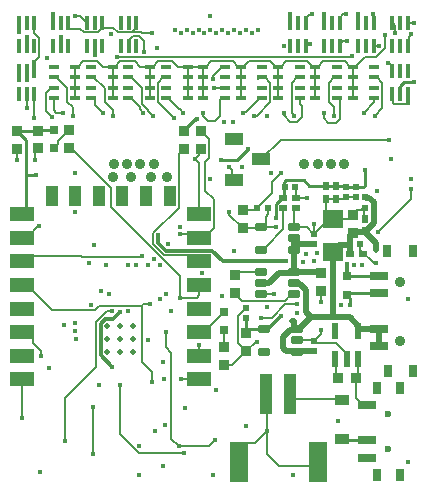
<source format=gbl>
G04*
G04 #@! TF.GenerationSoftware,Altium Limited,Altium Designer,19.1.7 (138)*
G04*
G04 Layer_Physical_Order=4*
G04 Layer_Color=16711680*
%FSLAX43Y43*%
%MOMM*%
G71*
G01*
G75*
%ADD16C,0.254*%
%ADD20R,0.660X0.559*%
%ADD21R,1.800X1.600*%
%ADD22R,0.540X0.600*%
%ADD23R,0.600X0.540*%
%ADD25R,0.559X0.660*%
%ADD35R,0.800X1.000*%
%ADD49R,0.800X0.800*%
%ADD50R,0.930X0.890*%
%ADD89C,0.152*%
%ADD91C,0.300*%
%ADD92C,0.500*%
%ADD93C,0.600*%
%ADD94C,0.403*%
%ADD95C,0.900*%
%ADD96C,0.500*%
%ADD97R,1.600X1.000*%
%ADD98R,0.950X0.950*%
%ADD99R,0.356X1.168*%
%ADD100R,0.600X1.350*%
%ADD101R,1.500X3.400*%
%ADD102R,1.000X3.500*%
G04:AMPARAMS|DCode=103|XSize=0.6mm|YSize=1mm|CornerRadius=0.051mm|HoleSize=0mm|Usage=FLASHONLY|Rotation=90.000|XOffset=0mm|YOffset=0mm|HoleType=Round|Shape=RoundedRectangle|*
%AMROUNDEDRECTD103*
21,1,0.600,0.898,0,0,90.0*
21,1,0.498,1.000,0,0,90.0*
1,1,0.102,0.449,0.249*
1,1,0.102,0.449,-0.249*
1,1,0.102,-0.449,-0.249*
1,1,0.102,-0.449,0.249*
%
%ADD103ROUNDEDRECTD103*%
%ADD104R,2.000X1.200*%
%ADD105R,1.100X1.700*%
%ADD106R,1.500X0.700*%
%ADD107R,0.950X0.950*%
%ADD108R,1.220X0.910*%
%ADD109R,0.660X0.762*%
%ADD110R,0.889X0.457*%
%ADD111R,0.660X0.508*%
D16*
X19475Y17350D02*
X20400Y18275D01*
X18175Y17350D02*
X19475D01*
X22775Y12500D02*
Y13621D01*
X23304Y14150D01*
X23429D01*
X1629Y16112D02*
Y19096D01*
Y13129D02*
Y16112D01*
X1667Y16150D01*
X2500D01*
X29075Y5075D02*
Y5115D01*
X29028Y5162D02*
X29075Y5115D01*
X29028Y5162D02*
Y5722D01*
X28825Y5924D02*
X29028Y5722D01*
X28515Y-6350D02*
X30550D01*
X28400Y-6235D02*
X28515Y-6350D01*
X2700Y19925D02*
X4050D01*
X2650Y19875D02*
X2700Y19925D01*
X33300Y22972D02*
Y23625D01*
X33625Y23950D01*
X29550Y15082D02*
X29575Y15057D01*
X30201D02*
X30350Y15205D01*
X29575Y15057D02*
X30201D01*
X30350Y15205D02*
Y16500D01*
X33625Y23950D02*
X34500D01*
X1300Y12800D02*
X1629Y13129D01*
X875Y19850D02*
X1629Y19096D01*
X2625Y19850D02*
X2650Y19875D01*
X875Y19850D02*
X2625D01*
X23171Y4146D02*
X23200Y4175D01*
X23121Y4146D02*
X23171D01*
X22025Y3050D02*
X23121Y4146D01*
X21825Y3050D02*
X22025D01*
X28725Y15082D02*
X29550D01*
X28725Y15082D02*
X28725Y15082D01*
X28668Y15139D02*
X28725Y15082D01*
X27957Y15139D02*
X28668D01*
X27900Y15196D02*
X27957Y15139D01*
X27900Y15196D02*
X27900Y15196D01*
X27050Y15196D02*
X27900D01*
X23500Y15506D02*
X23649Y15654D01*
X25146D01*
X25604Y15196D01*
X27050D01*
X23500Y15118D02*
Y15506D01*
Y15118D02*
X23543Y15075D01*
X23486Y15018D02*
X23543Y15075D01*
X23486Y14207D02*
Y15018D01*
X23429Y14150D02*
X23486Y14207D01*
X20580Y3050D02*
X21825D01*
X20300Y2770D02*
X20580Y3050D01*
X20300Y2770D02*
Y3968D01*
X28850Y7600D02*
X31500D01*
X28825Y5924D02*
X28997Y6096D01*
X31500D01*
D20*
X30171Y9425D02*
D03*
X29079D02*
D03*
X24521Y14150D02*
D03*
X23429D02*
D03*
D21*
X27600Y12400D02*
D03*
Y9600D02*
D03*
D22*
X21236Y13300D02*
D03*
X22100D02*
D03*
X29957Y10250D02*
D03*
X29093D02*
D03*
X24407Y15075D02*
D03*
X23543D02*
D03*
D23*
X28725Y15082D02*
D03*
Y14218D02*
D03*
X29550Y15082D02*
D03*
Y14218D02*
D03*
X26000Y2064D02*
D03*
Y1200D02*
D03*
X26000Y11132D02*
D03*
Y10268D02*
D03*
X20300Y4832D02*
D03*
Y3968D02*
D03*
X30375Y13343D02*
D03*
Y14207D02*
D03*
D25*
X27050Y15196D02*
D03*
Y14104D02*
D03*
X27900Y15196D02*
D03*
Y14104D02*
D03*
X30300Y12421D02*
D03*
Y11329D02*
D03*
D35*
X31335Y-1950D02*
D03*
X33265D02*
D03*
Y-9250D02*
D03*
X31335D02*
D03*
X32186Y9680D02*
D03*
X34421D02*
D03*
X32262Y-480D02*
D03*
X34421D02*
D03*
D49*
X4050Y19925D02*
D03*
Y18425D02*
D03*
X18400Y2975D02*
D03*
Y4475D02*
D03*
D50*
X29300Y12745D02*
D03*
Y11205D02*
D03*
X20300Y1230D02*
D03*
Y2770D02*
D03*
X26600Y7840D02*
D03*
Y6300D02*
D03*
X19300Y7670D02*
D03*
Y6130D02*
D03*
X20000Y13170D02*
D03*
Y11630D02*
D03*
D89*
X30275Y12446D02*
Y13393D01*
X28955Y12400D02*
X29669Y13114D01*
X21106Y13200D02*
X22458Y14552D01*
X29957Y9790D02*
X31074Y8673D01*
X27298Y12400D02*
X27600D01*
X30245Y13393D02*
X30275D01*
X29966Y13114D02*
X30245Y13393D01*
X29669Y13114D02*
X29966D01*
X5423Y18400D02*
X8800Y15023D01*
X14579Y13355D02*
Y17929D01*
X15351Y9324D02*
X15875Y8800D01*
X14579Y17929D02*
X15000Y18350D01*
X5250Y18400D02*
X5423D01*
X13328Y9324D02*
X15351D01*
X8800Y13421D02*
Y15023D01*
X15875Y8800D02*
X16300D01*
X12420Y11197D02*
X14579Y13355D01*
X16820Y14771D02*
Y17205D01*
X16300Y12800D02*
Y17150D01*
X31252Y8673D02*
X31300Y8625D01*
X6399Y9193D02*
X11368D01*
X11425Y9250D01*
X6342D02*
X6399Y9193D01*
X1750Y9250D02*
X6342D01*
X8800Y13421D02*
X14700Y7521D01*
X12420Y10232D02*
X13328Y9324D01*
X11271Y21704D02*
X11575Y21400D01*
X11271Y21704D02*
Y21872D01*
X1300Y8800D02*
X1750Y9250D01*
X16300Y800D02*
Y1700D01*
X11475Y250D02*
Y5061D01*
X16374Y11126D02*
X16700Y10800D01*
X12300Y-1425D02*
Y-575D01*
X1700Y6800D02*
X3805Y4695D01*
X16325Y5925D02*
Y6775D01*
X7823Y5061D02*
X11475D01*
X2925Y775D02*
Y1209D01*
X14676Y11126D02*
X16374D01*
X16300Y6800D02*
X16325Y6775D01*
X2727Y11752D02*
X2775Y11800D01*
X2224Y1910D02*
X2925Y1209D01*
X14725Y-1200D02*
X16300D01*
X11475Y250D02*
X12300Y-575D01*
X7457Y4695D02*
X7823Y5061D01*
X16075Y5675D02*
X16325Y5925D01*
X2652Y11752D02*
X2727D01*
X2224Y1910D02*
Y2276D01*
X1300Y-4500D02*
Y-1200D01*
Y10800D02*
X1700D01*
X11564Y5150D02*
X12125D01*
X3805Y4695D02*
X7457D01*
X1300Y2800D02*
X1700D01*
X14700Y5675D02*
X16075D01*
X1700Y10800D02*
X2652Y11752D01*
X11475Y5061D02*
X11564Y5150D01*
X1300Y6800D02*
X1700D01*
Y2800D02*
X2224Y2276D01*
X13950Y-6200D02*
Y1067D01*
Y-6200D02*
X14600Y-6850D01*
X13500Y1517D02*
X13950Y1067D01*
X7569Y3686D02*
X8458Y4575D01*
X8950D01*
X7569Y-156D02*
Y3686D01*
X4950Y-2775D02*
X7569Y-156D01*
X4950Y-6375D02*
Y-2775D01*
X14700Y5675D02*
Y7521D01*
X23225Y19075D02*
X32375D01*
X21575Y17425D02*
X23225Y19075D01*
X29957Y9790D02*
Y10250D01*
X31074Y8673D02*
X31252D01*
X27850Y-900D02*
Y615D01*
Y-900D02*
X28050Y-1100D01*
X22025Y-7475D02*
X23100Y-8550D01*
X22025Y-5600D02*
Y-2475D01*
X23100Y-8550D02*
X26000D01*
X22025Y-7475D02*
Y-5600D01*
X19650Y-8200D02*
Y-7250D01*
X20324Y-6576D01*
X21049D01*
X22025Y-5600D01*
X22000Y-2450D02*
X22025Y-2475D01*
X26000Y-8550D02*
X26350Y-8200D01*
X29550Y-2750D02*
X30150Y-3350D01*
X29550Y-2750D02*
Y-1100D01*
X19959Y5471D02*
X23571D01*
X19300Y6130D02*
X19959Y5471D01*
X21550Y6000D02*
X22600D01*
X21550Y6000D02*
X21550Y6000D01*
X12420Y10232D02*
Y11197D01*
X7325Y-7550D02*
Y-3500D01*
X25964Y2100D02*
X26000Y2064D01*
X24575Y2100D02*
X25964D01*
X22458Y14552D02*
Y15483D01*
X23225Y16250D01*
X24592Y5167D02*
X24600Y5175D01*
X23583Y5167D02*
X24592D01*
X22442Y4025D02*
X23583Y5167D01*
X21575Y4025D02*
X22442D01*
X20300Y1230D02*
X21070Y2000D01*
X21200D01*
X26030Y11132D02*
X27298Y12400D01*
X24534Y14163D02*
X25400D01*
X24521Y14150D02*
X24534Y14163D01*
X21550Y11700D02*
X22775D01*
X24300Y11700D02*
Y13122D01*
X21106Y13170D02*
Y13200D01*
X20000Y11630D02*
X21480D01*
X19980D02*
X20000D01*
X18849Y12761D02*
Y12953D01*
X18801Y13001D02*
X18849Y12953D01*
Y12761D02*
X19980Y11630D01*
X9325Y26125D02*
X9380Y26070D01*
X29157Y26175D02*
X29225D01*
X29052Y26070D02*
X29157Y26175D01*
X9380Y26070D02*
X29052D01*
X10597Y28190D02*
X11357D01*
X11447Y28100D01*
X12275D01*
X11625Y26500D02*
Y27482D01*
X11247Y27860D02*
X11625Y27482D01*
X10569Y27697D02*
Y27726D01*
X10325Y27453D02*
X10569Y27697D01*
X10325Y27047D02*
Y27453D01*
X10850Y25741D02*
X11307Y25284D01*
X9638Y25741D02*
X10850D01*
X10703Y27860D02*
X11247D01*
X10569Y27726D02*
X10703Y27860D01*
X30377Y26139D02*
X31272D01*
X29516Y25278D02*
X30377Y26139D01*
X31272D02*
X32000Y26867D01*
Y27925D01*
X31097Y27025D02*
X31550D01*
X31075Y27047D02*
X31097Y27025D01*
X26577Y2902D02*
X26625Y2950D01*
X26577Y2611D02*
Y2902D01*
X26030Y2064D02*
X26577Y2611D01*
X26000Y2064D02*
X26030D01*
X26600Y6300D02*
X26600Y6300D01*
Y5350D02*
Y6300D01*
X11192Y-7400D02*
X15000D01*
X9600Y-5808D02*
X11192Y-7400D01*
X9600Y-5808D02*
Y-1700D01*
X17125Y-6850D02*
X17675Y-6300D01*
X14600Y-6850D02*
X17125D01*
X29550Y-1100D02*
X29750Y-900D01*
Y615D01*
X30150Y-3350D02*
X30550D01*
X24000Y-2450D02*
X24424Y-2874D01*
X28309D01*
X28400Y-2965D01*
X2350Y20925D02*
X2350Y20925D01*
Y22972D01*
X2350Y22972D01*
X18459Y23500D02*
X18464Y23506D01*
X17525Y23500D02*
X18459D01*
X34250Y27982D02*
Y28050D01*
X34052Y27784D02*
X34250Y27982D01*
X34052Y27149D02*
Y27784D01*
X33950Y27047D02*
X34052Y27149D01*
X2400Y17350D02*
Y18125D01*
X2650Y18375D01*
X875Y17375D02*
Y18350D01*
X4050Y18425D02*
X4374Y18749D01*
Y19024D01*
X5250Y19900D01*
X13500Y1517D02*
Y2850D01*
X34250Y14050D02*
Y14950D01*
X31450Y11250D02*
X34250Y14050D01*
X27920Y1870D02*
X28800Y990D01*
X20900Y21100D02*
X20948Y21148D01*
X21167D01*
X20050Y21400D02*
X20098Y21352D01*
X20050Y21400D02*
X20098Y21448D01*
X25427Y27225D02*
X25700D01*
X24020Y29780D02*
X24025Y29775D01*
X25325Y27123D02*
X25427Y27225D01*
X24025Y29003D02*
Y29775D01*
X24300Y21100D02*
Y21168D01*
X24141Y21327D02*
X24300Y21168D01*
X23445Y21395D02*
X23450Y21400D01*
X23445Y21150D02*
Y21395D01*
X32348Y25575D02*
X32650Y25273D01*
X32275Y25575D02*
X32348D01*
X27675Y21100D02*
Y21875D01*
X27291Y22259D02*
X27675Y21875D01*
X26850Y20925D02*
Y21400D01*
Y20925D02*
X27225Y20550D01*
X29300Y25278D02*
X29516D01*
X5775Y29601D02*
X6201D01*
X6800Y29003D01*
X7500Y26275D02*
Y26997D01*
X7450Y27047D02*
X7500Y26997D01*
X7450Y27047D02*
X7450Y27047D01*
X6528Y28190D02*
X7723D01*
X7856Y28324D01*
X28518Y29727D02*
X28677D01*
X28200Y29003D02*
Y29409D01*
X28518Y29727D01*
X31025Y29203D02*
Y29725D01*
Y29203D02*
X31150Y29078D01*
X31075Y29003D02*
X31150Y29078D01*
X31075Y29003D02*
X31075Y29003D01*
X32879Y28161D02*
Y28774D01*
X32650Y29003D02*
X32879Y28774D01*
X24407Y15075D02*
X24521Y14961D01*
Y14150D02*
Y14961D01*
X29550Y14218D02*
X29550Y14218D01*
X28725Y14218D02*
X29550D01*
X28611Y14104D02*
X28725Y14218D01*
X27900Y14104D02*
X28611D01*
X27900Y14104D02*
X27900Y14104D01*
X27050Y14104D02*
X27900D01*
X27050Y12950D02*
X27600Y12400D01*
X27050Y12950D02*
Y14104D01*
X30275Y12446D02*
X30300Y12421D01*
X19606Y1904D02*
Y4168D01*
Y1904D02*
X20280Y1230D01*
X19606Y4168D02*
X20270Y4832D01*
X20300D01*
X23433Y11534D02*
Y13300D01*
X21923Y10024D02*
X23433Y11534D01*
X26000Y11132D02*
Y11975D01*
Y11132D02*
X26030D01*
X27600Y12400D02*
X28955D01*
X19104Y15846D02*
Y16521D01*
Y15846D02*
X19275Y15675D01*
X18800Y16825D02*
X19104Y16521D01*
X15975Y17475D02*
X16300Y17150D01*
X16820Y14771D02*
X17529Y14062D01*
X16820Y17205D02*
X17129Y17513D01*
Y19146D01*
X16700Y10800D02*
X17529Y11629D01*
Y14062D01*
X16425Y19850D02*
X17129Y19146D01*
X15975Y17475D02*
X16279Y17779D01*
Y18204D02*
X16425Y18350D01*
X16279Y17779D02*
Y18204D01*
X19104Y50D02*
X19507Y454D01*
Y457D01*
X20280Y1230D01*
X18400Y50D02*
X19104D01*
X18400Y1550D02*
Y2975D01*
X18400Y2975D01*
X18076Y4151D02*
X18400Y4475D01*
X18051Y4151D02*
X18076D01*
X16700Y2800D02*
X18051Y4151D01*
X16300Y2800D02*
X16700D01*
X17450Y24485D02*
X18248Y25284D01*
X17450Y24200D02*
Y24485D01*
X16650Y21075D02*
Y21400D01*
X25828Y29728D02*
X25876Y29776D01*
X25644Y29728D02*
X25828D01*
X25325Y29409D02*
X25644Y29728D01*
X21167Y21148D02*
X22312Y22293D01*
X21639Y24395D02*
X21855D01*
X22312Y23937D01*
Y22293D02*
Y23937D01*
X21423Y22617D02*
X21639D01*
X20255Y21448D02*
X21423Y22617D01*
X20098Y21448D02*
X20255D01*
X21423Y24395D02*
X21639D01*
X21280Y24251D02*
X21423Y24395D01*
X12813Y22293D02*
X14178Y20928D01*
X14482Y25284D02*
X15314D01*
X14025Y25741D02*
X14482Y25284D01*
X11307D02*
X12139D01*
X7675Y25741D02*
X8141Y25275D01*
X8956D01*
X8964Y25284D01*
X5800Y24389D02*
Y25278D01*
Y23500D02*
Y24389D01*
Y22611D02*
Y23500D01*
Y25278D02*
X6016D01*
X6479Y25741D01*
X7675D01*
X8964Y24395D02*
Y25284D01*
Y23506D02*
Y24395D01*
Y22617D02*
Y23506D01*
Y25284D02*
X9180D01*
X9638Y25741D01*
X12139Y24395D02*
Y25284D01*
Y23506D02*
Y24395D01*
Y22617D02*
Y23506D01*
Y25284D02*
X12355D01*
X12813Y25741D01*
X14025D01*
X15314Y24395D02*
Y25284D01*
Y23506D02*
Y24395D01*
Y22617D02*
Y23506D01*
Y25284D02*
X16636D01*
Y24395D02*
Y25284D01*
Y23506D02*
Y24395D01*
Y22617D02*
Y23506D01*
Y25284D02*
X16851D01*
X17309Y25741D01*
X19137D01*
X19595Y25284D01*
X19811D01*
Y24395D02*
Y25284D01*
Y23506D02*
Y24395D01*
Y22617D02*
Y23506D01*
Y25284D02*
X20026D01*
X20484Y25741D01*
X22312D01*
X22770Y25284D01*
X22986D01*
Y24395D02*
Y25284D01*
Y23506D02*
Y24395D01*
Y22617D02*
Y23506D01*
Y25284D02*
X23201D01*
X23659Y25741D01*
X25462D01*
X25920Y25284D01*
X26136D01*
Y24395D02*
Y25284D01*
Y23506D02*
Y24395D01*
Y22617D02*
Y23506D01*
Y25284D02*
X26351D01*
X26809Y25741D01*
X28621D01*
X29084Y25278D01*
X29300D01*
Y24389D02*
Y25278D01*
Y23500D02*
Y24389D01*
Y22611D02*
Y23500D01*
X25325Y29003D02*
Y29409D01*
X28677Y29727D02*
X28725Y29775D01*
X33953Y29000D02*
X34500D01*
X33950Y29003D02*
X33953Y29000D01*
X5127Y22288D02*
X5575Y21840D01*
Y21200D02*
Y21840D01*
X1700Y27825D02*
X1700Y27825D01*
Y27047D02*
Y27825D01*
Y27047D02*
X1700Y27047D01*
X1050Y24150D02*
X1050Y24150D01*
X1050Y24150D02*
Y24928D01*
X1050Y24928D02*
X1050Y24928D01*
X9011Y28582D02*
X9403Y28190D01*
X8114Y28582D02*
X9011D01*
X7856Y28324D02*
X8114Y28582D01*
X28502Y27425D02*
X28775D01*
X28200Y27123D02*
X28502Y27425D01*
X1700Y24150D02*
Y24928D01*
X27911Y20550D02*
X28225Y20864D01*
X27225Y20550D02*
X27911D01*
X24544Y20569D02*
X24975Y21000D01*
X24025Y20569D02*
X24544D01*
X23445Y21150D02*
X24025Y20569D01*
X17055Y20670D02*
X17678D01*
X16650Y21075D02*
X17055Y20670D01*
X17678D02*
X18096Y21088D01*
X1713Y21812D02*
Y22960D01*
X1700Y22972D02*
X1713Y22960D01*
X19530Y7900D02*
X21550D01*
X19300Y7670D02*
X19530Y7900D01*
X24100Y6000D02*
X24300D01*
X23571Y5471D02*
X24100Y6000D01*
X21699Y9800D02*
X21923Y10024D01*
X21550Y9800D02*
X21699D01*
X31150Y21100D02*
X31802Y21752D01*
Y23932D01*
X31345Y24389D02*
X31802Y23932D01*
X31129Y24389D02*
X31345D01*
X31125Y22607D02*
X31129Y22611D01*
X31125Y22275D02*
Y22607D01*
X30250Y21400D02*
X31125Y22275D01*
X27291Y22259D02*
Y23937D01*
X27748Y24395D01*
X27964D01*
Y22617D02*
X28073D01*
X28225Y22464D01*
Y20864D02*
Y22464D01*
X24598Y24395D02*
X24814D01*
X24141Y23937D02*
X24598Y24395D01*
X24141Y21327D02*
Y23937D01*
X24814Y22086D02*
Y22617D01*
Y22086D02*
X24975Y21925D01*
Y21000D02*
Y21925D01*
X18248Y25284D02*
X18464D01*
X12813Y22293D02*
Y23937D01*
X13270Y24395D01*
X13486D01*
X14646Y21704D02*
X14950Y21400D01*
X14614Y21704D02*
X14646D01*
X13702Y22617D02*
X14614Y21704D01*
X13486Y22617D02*
X13702D01*
X12005Y21495D02*
X12400Y21100D01*
X12005Y21495D02*
Y21578D01*
X11466Y22117D02*
X12005Y21578D01*
X11466Y22117D02*
Y23455D01*
X10527Y24395D02*
X11466Y23455D01*
X10311Y24395D02*
X10527D01*
X10311Y22617D02*
X10527D01*
X11271Y21872D01*
X7136Y24395D02*
X7352D01*
X8291Y23455D01*
Y22293D02*
Y23455D01*
Y22293D02*
X9000Y21585D01*
Y21100D02*
Y21585D01*
X7136Y22617D02*
X7352D01*
X7504Y22464D01*
Y22071D02*
Y22464D01*
Y22071D02*
X8175Y21400D01*
X3971Y24389D02*
X4187D01*
X5127Y23449D01*
Y22288D02*
Y23449D01*
X32650Y24928D02*
Y25273D01*
X18248Y22617D02*
X18464D01*
X18096Y22464D02*
X18248Y22617D01*
X18096Y21088D02*
Y22464D01*
X22100Y12771D02*
Y13300D01*
X21923Y12594D02*
X22100Y12771D01*
X21923Y11924D02*
Y12594D01*
X21699Y11700D02*
X21923Y11924D01*
X21480Y11630D02*
X21550Y11700D01*
X33950Y22200D02*
Y22972D01*
X33909Y22159D02*
X33950Y22200D01*
X32764Y22159D02*
X33909D01*
X32675Y22249D02*
X32764Y22159D01*
X32675Y22249D02*
Y22947D01*
X32650Y22972D02*
X32675Y22947D01*
X25970Y11132D02*
X26000D01*
X25402Y11700D02*
X25970Y11132D01*
X24300Y11700D02*
X25402D01*
X24478Y13300D02*
X24500D01*
X24300Y13122D02*
X24478Y13300D01*
X28800Y615D02*
Y990D01*
X26194Y1870D02*
X27920D01*
X26000Y2064D02*
X26194Y1870D01*
X20000Y13170D02*
X21106D01*
X2350Y28132D02*
Y29003D01*
Y28132D02*
X2756Y27726D01*
Y26106D02*
Y27726D01*
X2350Y25700D02*
X2756Y26106D01*
X2350Y24928D02*
Y25700D01*
X10873Y28901D02*
X10975Y29003D01*
X10873Y28466D02*
Y28901D01*
X10597Y28190D02*
X10873Y28466D01*
X9403Y28190D02*
X10597D01*
X6223Y28495D02*
X6528Y28190D01*
X5327Y28495D02*
X6223D01*
X5225Y28596D02*
X5327Y28495D01*
X5225Y28596D02*
Y29003D01*
X3755Y23500D02*
X3971D01*
X3298Y23043D02*
X3755Y23500D01*
X3298Y21560D02*
Y23043D01*
Y21560D02*
X3804Y21054D01*
X4200Y21400D02*
X4750D01*
X4025Y21575D02*
X4200Y21400D01*
X4025Y21575D02*
Y22557D01*
X3971Y22611D02*
X4025Y22557D01*
X29775Y29003D02*
Y29775D01*
X28200Y27047D02*
Y27123D01*
X26900Y29003D02*
Y29775D01*
X25325Y27047D02*
Y27123D01*
X3925Y29003D02*
Y29775D01*
X4575Y27047D02*
Y27825D01*
X1050Y28225D02*
Y29003D01*
Y28225D02*
X1080Y28255D01*
D91*
X28826Y8600D02*
X28826Y8600D01*
X13485Y9702D02*
X17425D01*
X12850Y10337D02*
X13485Y9702D01*
X9580Y4530D02*
X9600Y4550D01*
X9035Y3948D02*
X9580Y4492D01*
Y4530D01*
X28826Y7624D02*
X28850Y7600D01*
X28826Y7624D02*
Y8600D01*
X18328Y8800D02*
X23625D01*
X17425Y9702D02*
X18328Y8800D01*
X12850Y10337D02*
Y11000D01*
X8366Y3948D02*
X9035D01*
X7948Y3529D02*
X8366Y3948D01*
X7948Y852D02*
Y3529D01*
Y852D02*
X8950Y-150D01*
X16055Y20805D02*
X16075Y20825D01*
X15955Y20805D02*
X16055D01*
X15000Y19850D02*
X15955Y20805D01*
X28825Y7575D02*
X28850Y7600D01*
D92*
X31077Y12020D02*
Y13798D01*
X30688Y14187D02*
X31077Y13798D01*
X30395Y14187D02*
X30688D01*
X29085Y10212D02*
Y11010D01*
X29079Y9425D02*
Y10094D01*
X25787Y4062D02*
X29048D01*
X31500Y1600D02*
Y3100D01*
X27600Y4245D02*
Y9600D01*
X24300Y7900D02*
Y9800D01*
X31250Y9750D02*
Y10328D01*
X24768Y10268D02*
X26000D01*
X24300Y9800D02*
X24768Y10268D01*
X24188Y3725D02*
X24325D01*
X24325Y3725D01*
Y3100D02*
Y3725D01*
Y3100D02*
X24375Y3050D01*
X24575D01*
X30300Y11296D02*
Y11329D01*
Y11278D02*
Y11296D01*
Y11278D02*
X31250Y10328D01*
X30300Y11329D02*
X30386D01*
X30375Y14207D02*
X30395Y14187D01*
X30386Y11329D02*
X31077Y12020D01*
X30271Y11267D02*
X30300Y11296D01*
X29362Y11267D02*
X30271D01*
X29300Y11205D02*
X29362Y11267D01*
X29023Y10150D02*
X29085Y10212D01*
X29023Y10150D02*
X29079Y10094D01*
X28150Y10150D02*
X29023D01*
X27600Y9600D02*
X28150Y10150D01*
X27417Y4062D02*
X27600Y4245D01*
X31443Y3043D02*
X31500Y3100D01*
X29800Y3043D02*
X31443D01*
X29750Y2992D02*
X29800Y3043D01*
X29750Y2985D02*
Y2992D01*
X24350Y6900D02*
X24800D01*
X25344Y6356D01*
Y4506D02*
Y6356D01*
X24775Y3050D02*
X25787Y4062D01*
X24575Y3050D02*
X24775D01*
X24300Y6950D02*
X24350Y6900D01*
X25344Y4506D02*
X25787Y4062D01*
X29048D02*
X29750Y3360D01*
Y2992D02*
Y3360D01*
X24525Y3000D02*
X24575Y3050D01*
X24000Y3000D02*
X24525D01*
X23400Y2400D02*
X24000Y3000D01*
X23400Y1493D02*
Y2400D01*
Y1493D02*
X23693Y1200D01*
X24525D01*
X24575Y1150D01*
X25980Y1180D02*
X26000Y1200D01*
X24605Y1180D02*
X25980D01*
X24575Y1150D02*
X24605Y1180D01*
X26570Y7870D02*
X26600Y7840D01*
X24330Y7870D02*
X26570D01*
X24300Y7900D02*
X24330Y7870D01*
X24300Y9800D02*
Y10750D01*
X24250Y7850D02*
X24300Y7900D01*
X23050Y7850D02*
X24250D01*
X22200Y7000D02*
X23050Y7850D01*
X21600Y7000D02*
X22200D01*
X21550Y6950D02*
X21600Y7000D01*
D93*
X32300Y-4100D02*
D03*
Y-7100D02*
D03*
D94*
X20750Y28125D02*
D03*
X16750D02*
D03*
X18750D02*
D03*
X17750D02*
D03*
X20251Y28426D02*
D03*
X17250Y28375D02*
D03*
X23475Y27000D02*
D03*
X16250Y28375D02*
D03*
X19750Y28125D02*
D03*
X21250Y28426D02*
D03*
X15750Y28125D02*
D03*
X19125Y20600D02*
D03*
X18250Y28375D02*
D03*
X19251Y28426D02*
D03*
X15250Y28375D02*
D03*
X12725Y26875D02*
D03*
X17250Y29600D02*
D03*
X14251Y28375D02*
D03*
X14750Y28125D02*
D03*
X11225Y-9250D02*
D03*
X18175Y17350D02*
D03*
X20400Y18275D02*
D03*
X17250Y15750D02*
D03*
X5800Y16250D02*
D03*
X29450Y8500D02*
D03*
X28826Y8600D02*
D03*
X30075Y8500D02*
D03*
X31300Y8625D02*
D03*
X26000Y8800D02*
D03*
X7400Y10150D02*
D03*
X11950Y8525D02*
D03*
X12450Y9000D02*
D03*
X13650Y10250D02*
D03*
X11575Y21400D02*
D03*
X16300Y1700D02*
D03*
X14700Y5675D02*
D03*
X2775Y11800D02*
D03*
X11435Y9250D02*
D03*
X12125Y5150D02*
D03*
X1300Y-4500D02*
D03*
X14676Y11126D02*
D03*
X14725Y-1200D02*
D03*
X12300Y-1425D02*
D03*
X2925Y775D02*
D03*
X8650Y6050D02*
D03*
X7100Y5125D02*
D03*
X9600Y4550D02*
D03*
X8950Y4575D02*
D03*
X10250D02*
D03*
X7950Y6275D02*
D03*
X12950Y5625D02*
D03*
X5825Y2900D02*
D03*
X5875Y2200D02*
D03*
X6950Y8675D02*
D03*
X12950Y8525D02*
D03*
X12850Y11000D02*
D03*
X10950Y8475D02*
D03*
X15975Y17475D02*
D03*
X5826Y13001D02*
D03*
X14675Y11750D02*
D03*
X10250Y8500D02*
D03*
X8450Y8475D02*
D03*
X13450Y6075D02*
D03*
X5750Y3600D02*
D03*
X28075Y-4700D02*
D03*
X21200Y2000D02*
D03*
X34000Y5600D02*
D03*
X24250Y-9325D02*
D03*
X17675Y-6300D02*
D03*
X20300Y-5150D02*
D03*
X17750Y-2125D02*
D03*
X34000Y-8200D02*
D03*
X24600Y4460D02*
D03*
X22025Y-5600D02*
D03*
X22600Y6000D02*
D03*
X25375Y9450D02*
D03*
X25100Y8725D02*
D03*
X26276Y9500D02*
D03*
X16525Y7800D02*
D03*
X23625Y8800D02*
D03*
X22775Y12500D02*
D03*
X31250Y9750D02*
D03*
X19258Y9652D02*
D03*
X8950Y-150D02*
D03*
X7325Y-7550D02*
D03*
Y-3500D02*
D03*
X13225Y-8525D02*
D03*
X23225Y16250D02*
D03*
X13954Y4604D02*
D03*
X9600Y-1700D02*
D03*
X13250Y250D02*
D03*
X7800Y-1675D02*
D03*
X13500Y2850D02*
D03*
X11975Y2175D02*
D03*
X32575Y17475D02*
D03*
X28275Y5075D02*
D03*
X26600Y5350D02*
D03*
X27675Y21100D02*
D03*
X34250Y14950D02*
D03*
X30350Y16500D02*
D03*
X24188Y3725D02*
D03*
X19900Y16750D02*
D03*
X24600Y5175D02*
D03*
X25400Y14163D02*
D03*
X22775Y11700D02*
D03*
X22400Y16250D02*
D03*
X34200Y15750D02*
D03*
X31325Y14725D02*
D03*
X20050Y21400D02*
D03*
X31450Y11250D02*
D03*
X21575Y4025D02*
D03*
X22025Y4975D02*
D03*
X18801Y13001D02*
D03*
X31550Y27025D02*
D03*
X2500Y16150D02*
D03*
X5575Y21100D02*
D03*
X16075Y20825D02*
D03*
X26625Y2950D02*
D03*
X29075Y5075D02*
D03*
X17500Y-9325D02*
D03*
X15000Y-7400D02*
D03*
X14600Y-6850D02*
D03*
X2350Y20925D02*
D03*
X34500Y23950D02*
D03*
X17525Y23500D02*
D03*
X12275Y28100D02*
D03*
X13300Y-1200D02*
D03*
X2400Y17350D02*
D03*
X875Y17375D02*
D03*
X13400Y-5050D02*
D03*
X12575Y-5525D02*
D03*
X4850Y3400D02*
D03*
X3625Y-200D02*
D03*
X18250Y5900D02*
D03*
X4950Y-6375D02*
D03*
X11225Y-6825D02*
D03*
X20900Y21100D02*
D03*
X18425Y20600D02*
D03*
X25700Y27225D02*
D03*
X24020Y29780D02*
D03*
X24300Y21100D02*
D03*
X23450Y21400D02*
D03*
X29225Y26175D02*
D03*
X32275Y25575D02*
D03*
X26850Y21400D02*
D03*
X32000Y27925D02*
D03*
X8875Y28075D02*
D03*
X9325Y26125D02*
D03*
X3450Y26050D02*
D03*
X11625Y26500D02*
D03*
X5775Y29601D02*
D03*
X7455Y26275D02*
D03*
X31055Y29775D02*
D03*
X32879Y28161D02*
D03*
X34250Y28050D02*
D03*
X23200Y4175D02*
D03*
X26000Y11975D02*
D03*
X2800Y-9075D02*
D03*
X32375Y19075D02*
D03*
X18800Y16825D02*
D03*
X15075Y-3650D02*
D03*
X17450Y24200D02*
D03*
X16650Y21400D02*
D03*
X22075Y21075D02*
D03*
X14175Y20925D02*
D03*
X25876Y29776D02*
D03*
X28725Y29775D02*
D03*
X34500Y29000D02*
D03*
X1700Y27825D02*
D03*
X1050Y24150D02*
D03*
X1713Y21812D02*
D03*
X1050Y28225D02*
D03*
X28775Y27425D02*
D03*
X1700Y24150D02*
D03*
X31150Y21100D02*
D03*
X30250Y21400D02*
D03*
X14950D02*
D03*
X12400Y21100D02*
D03*
X9000Y21100D02*
D03*
X8175Y21400D02*
D03*
X33950Y22200D02*
D03*
X2350Y25700D02*
D03*
X3804Y21054D02*
D03*
X4750Y21400D02*
D03*
X29775Y29775D02*
D03*
X26900D02*
D03*
X3925D02*
D03*
X4575Y27825D02*
D03*
D95*
X12225Y15950D02*
D03*
X10551Y15951D02*
D03*
X9011Y15975D02*
D03*
X12450Y17075D02*
D03*
X13614Y15975D02*
D03*
X11325Y17075D02*
D03*
X10200D02*
D03*
X9075D02*
D03*
X25200D02*
D03*
X26325D02*
D03*
X27450D02*
D03*
X28575D02*
D03*
X33278Y7060D02*
D03*
Y2060D02*
D03*
D96*
X8500Y3300D02*
D03*
X9600D02*
D03*
X10700D02*
D03*
X8500Y2200D02*
D03*
X9600D02*
D03*
X10700D02*
D03*
X8500Y1100D02*
D03*
X9600D02*
D03*
X10700D02*
D03*
D97*
X21575Y17425D02*
D03*
X19275Y15675D02*
D03*
Y19175D02*
D03*
D98*
X16425Y19850D02*
D03*
Y18350D02*
D03*
X15000Y19850D02*
D03*
Y18350D02*
D03*
X18400Y1550D02*
D03*
Y50D02*
D03*
X5250Y19900D02*
D03*
Y18400D02*
D03*
X875Y19850D02*
D03*
Y18350D02*
D03*
X2650Y19875D02*
D03*
Y18375D02*
D03*
D99*
X2350Y29003D02*
D03*
X1700D02*
D03*
X2350Y27047D02*
D03*
X1700D02*
D03*
X1050Y29003D02*
D03*
Y27047D02*
D03*
X5225Y29003D02*
D03*
X4575D02*
D03*
X5225Y27047D02*
D03*
X4575D02*
D03*
X3925Y29003D02*
D03*
Y27047D02*
D03*
X8100Y29003D02*
D03*
X7450D02*
D03*
X8100Y27047D02*
D03*
X7450D02*
D03*
X6800Y29003D02*
D03*
Y27047D02*
D03*
X10975Y29003D02*
D03*
X10325D02*
D03*
X10975Y27047D02*
D03*
X10325D02*
D03*
X9675Y29003D02*
D03*
Y27047D02*
D03*
X25325Y29003D02*
D03*
X24675D02*
D03*
X25325Y27047D02*
D03*
X24675D02*
D03*
X24025Y29003D02*
D03*
Y27047D02*
D03*
X28200Y29003D02*
D03*
X27550D02*
D03*
X28200Y27047D02*
D03*
X27550D02*
D03*
X26900Y29003D02*
D03*
Y27047D02*
D03*
X31075Y29003D02*
D03*
X30425D02*
D03*
X31075Y27047D02*
D03*
X30425D02*
D03*
X29775Y29003D02*
D03*
Y27047D02*
D03*
X33950Y29003D02*
D03*
X33300D02*
D03*
X33950Y27047D02*
D03*
X33300D02*
D03*
X32650Y29003D02*
D03*
Y27047D02*
D03*
X33950Y24928D02*
D03*
Y22972D02*
D03*
X33300Y24928D02*
D03*
X32650D02*
D03*
Y22972D02*
D03*
X33300D02*
D03*
X1050D02*
D03*
X1700D02*
D03*
X2350D02*
D03*
Y24928D02*
D03*
X1700D02*
D03*
X1050D02*
D03*
D100*
X29725Y515D02*
D03*
X28775D02*
D03*
X27825D02*
D03*
Y2885D02*
D03*
X29725D02*
D03*
D101*
X19650Y-8200D02*
D03*
X26350D02*
D03*
D102*
X22000Y-2450D02*
D03*
X24000D02*
D03*
D103*
X24575Y3050D02*
D03*
Y2100D02*
D03*
Y1150D02*
D03*
X21825D02*
D03*
Y3050D02*
D03*
X21550Y6000D02*
D03*
Y6950D02*
D03*
Y7900D02*
D03*
X24300D02*
D03*
Y6950D02*
D03*
Y6000D02*
D03*
X21550Y11700D02*
D03*
Y9800D02*
D03*
X24300D02*
D03*
Y10750D02*
D03*
Y11700D02*
D03*
D104*
X1300Y-1200D02*
D03*
Y800D02*
D03*
Y2800D02*
D03*
Y4800D02*
D03*
Y6800D02*
D03*
Y8800D02*
D03*
Y10800D02*
D03*
Y12800D02*
D03*
X16300D02*
D03*
Y10800D02*
D03*
Y8800D02*
D03*
Y6800D02*
D03*
Y4800D02*
D03*
Y2800D02*
D03*
Y800D02*
D03*
Y-1200D02*
D03*
D105*
X3800Y14300D02*
D03*
X5800D02*
D03*
X7800D02*
D03*
X9800D02*
D03*
X11800D02*
D03*
X13800D02*
D03*
D106*
X30550Y-6350D02*
D03*
Y-7850D02*
D03*
Y-3350D02*
D03*
X31500Y7600D02*
D03*
Y6096D02*
D03*
Y3100D02*
D03*
Y1600D02*
D03*
D107*
X28050Y-1100D02*
D03*
X29550D02*
D03*
D108*
X28400Y-2965D02*
D03*
Y-6235D02*
D03*
D109*
X28825Y5924D02*
D03*
Y7575D02*
D03*
D110*
X29300Y22611D02*
D03*
Y23500D02*
D03*
Y24389D02*
D03*
Y25278D02*
D03*
X31129D02*
D03*
Y24389D02*
D03*
Y23500D02*
D03*
Y22611D02*
D03*
X26136Y22617D02*
D03*
Y23506D02*
D03*
Y24395D02*
D03*
Y25284D02*
D03*
X27964D02*
D03*
Y24395D02*
D03*
Y23506D02*
D03*
Y22617D02*
D03*
X22986D02*
D03*
Y23506D02*
D03*
Y24395D02*
D03*
Y25284D02*
D03*
X24814D02*
D03*
Y24395D02*
D03*
Y23506D02*
D03*
Y22617D02*
D03*
X19811D02*
D03*
Y23506D02*
D03*
Y24395D02*
D03*
Y25284D02*
D03*
X21639D02*
D03*
Y24395D02*
D03*
Y23506D02*
D03*
Y22617D02*
D03*
X16636D02*
D03*
Y23506D02*
D03*
Y24395D02*
D03*
Y25284D02*
D03*
X18464D02*
D03*
Y24395D02*
D03*
Y23506D02*
D03*
Y22617D02*
D03*
X15314Y25284D02*
D03*
Y24395D02*
D03*
Y23506D02*
D03*
Y22617D02*
D03*
X13486D02*
D03*
Y23506D02*
D03*
Y24395D02*
D03*
Y25284D02*
D03*
X12139D02*
D03*
Y24395D02*
D03*
Y23506D02*
D03*
Y22617D02*
D03*
X10311D02*
D03*
Y23506D02*
D03*
Y24395D02*
D03*
Y25284D02*
D03*
X8964D02*
D03*
Y24395D02*
D03*
Y23506D02*
D03*
Y22617D02*
D03*
X7136D02*
D03*
Y23506D02*
D03*
Y24395D02*
D03*
Y25284D02*
D03*
X5800Y25278D02*
D03*
Y24389D02*
D03*
Y23500D02*
D03*
Y22611D02*
D03*
X3971D02*
D03*
Y23500D02*
D03*
Y24389D02*
D03*
Y25278D02*
D03*
D111*
X23433Y13300D02*
D03*
X24500D02*
D03*
M02*

</source>
